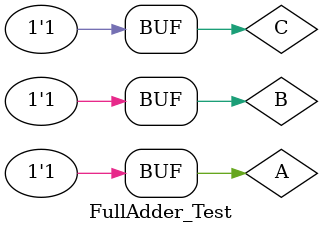
<source format=v>
`timescale 1ns / 1ps


module FullAdder_Test;

	// Inputs
	reg A;
	reg B;
	reg C;

	// Outputs
	wire Sum;
	wire Cout;

	// Instantiate the Unit Under Test (UUT)
	FullAdder uut (
		.A(A), 
		.B(B), 
		.C(C), 
		.Sum(Sum), 
		.Cout(Cout)
	);

	initial begin
		// Initialize Inputs
		A = 0;
		B = 0;
		C = 0;

		// Wait 100 ns for global reset to finish
		#100;
        
		// Add stimulus here

		A = 0;
		B = 0;
		C = 1;
		
		#100;
		
		A = 0;
		B = 1;
		C = 0;
		
		#100;

		A = 0;
		B = 1;
		C = 1;
		
		#100;
		
		A = 1;
		B = 0;
		C = 0;
		
		#100;
		
		A = 1;
		B = 0;
		C = 1;
		
		#100;
		
		A = 1;
		B = 1;
		C = 0;
		
		#100;
		
		A = 1;
		B = 1;
		C = 1;
		
		#100;

	end
      
endmodule


</source>
